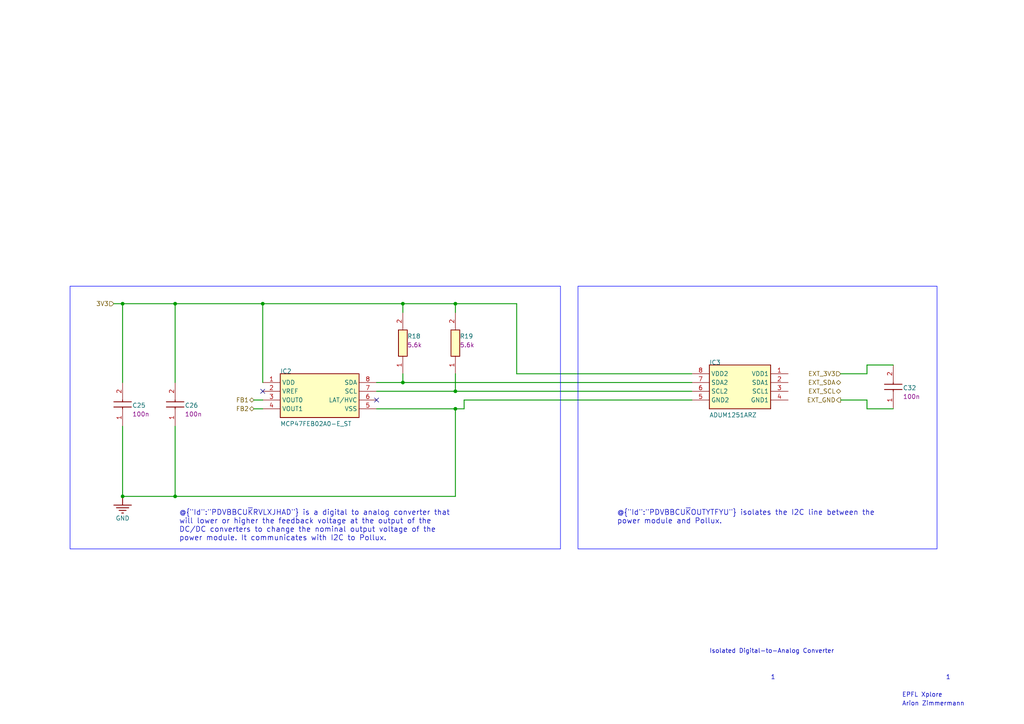
<source format=kicad_sch>
(kicad_sch (version 20230121) (generator eeschema)
  (paper "A4")
  (lib_symbols
    (symbol "Module-altium-import:DAC_0_ADUM1251ARZ"
      (symbol "DAC_0_ADUM1251ARZ_1_0"
        (rectangle (start 22.86 2.54) (end 5.08 -10.16) (stroke (width 0.254)) (fill (type background)))
        (pin passive line (at 27.94 0 180) (length 5.08) (name "VDD1") (number "1"))
        (pin passive line (at 27.94 -2.54 180) (length 5.08) (name "SDA1") (number "2"))
        (pin passive line (at 27.94 -5.08 180) (length 5.08) (name "SCL1") (number "3"))
        (pin passive line (at 27.94 -7.62 180) (length 5.08) (name "GND1") (number "4"))
        (pin passive line (at 0 -7.62 0) (length 5.08) (name "GND2") (number "5"))
        (pin passive line (at 0 -5.08 0) (length 5.08) (name "SCL2") (number "6"))
        (pin passive line (at 0 -2.54 0) (length 5.08) (name "SDA2") (number "7"))
        (pin passive line (at 0 0 0) (length 5.08) (name "VDD2") (number "8"))
      )
    )
    (symbol "Module-altium-import:DAC_0_MCP47FEB02A0-E_ST"
      (symbol "DAC_0_MCP47FEB02A0-E_ST_1_0"
        (rectangle (start 27.94 2.54) (end 5.08 -10.16) (stroke (width 0.254)) (fill (type background)))
        (pin passive line (at 0 0 0) (length 5.08) (name "VDD") (number "1"))
        (pin passive line (at 0 -2.54 0) (length 5.08) (name "VREF") (number "2"))
        (pin passive line (at 0 -5.08 0) (length 5.08) (name "VOUT0") (number "3"))
        (pin passive line (at 0 -7.62 0) (length 5.08) (name "VOUT1") (number "4"))
        (pin passive line (at 33.02 -7.62 180) (length 5.08) (name "VSS") (number "5"))
        (pin passive line (at 33.02 -5.08 180) (length 5.08) (name "LAT/HVC") (number "6"))
        (pin passive line (at 33.02 -2.54 180) (length 5.08) (name "SCL") (number "7"))
        (pin passive line (at 33.02 0 180) (length 5.08) (name "SDA") (number "8"))
      )
    )
    (symbol "Module-altium-import:DAC_1_C0603C104K5RACTU"
      (symbol "DAC_1_C0603C104K5RACTU_1_0"
        (polyline (pts (xy -2.54 5.588) (xy 2.54 5.588)) (stroke (width 0.254)))
        (polyline (pts (xy -2.54 7.112) (xy 2.54 7.112)) (stroke (width 0.254)))
        (polyline (pts (xy 0 5.08) (xy 0 5.588)) (stroke (width 0.254)))
        (polyline (pts (xy 0 7.112) (xy 0 7.62)) (stroke (width 0.254)))
        (pin passive line (at 0 0 90) (length 5.08) (name "1") (number "1"))
        (pin passive line (at 0 12.7 270) (length 5.08) (name "2") (number "2"))
      )
    )
    (symbol "Module-altium-import:DAC_1_CRCW06035K62FKEB"
      (symbol "DAC_1_CRCW06035K62FKEB_1_0"
        (rectangle (start 1.27 12.7) (end -1.27 5.08) (stroke (width 0.254)) (fill (type background)))
        (pin passive line (at 0 0 90) (length 5.08) (name "1") (number "1"))
        (pin passive line (at 0 17.78 270) (length 5.08) (name "2") (number "2"))
      )
    )
    (symbol "Module-altium-import:GND_Style4" (power)
      (property "Reference" "#PWR" (at 0 0 0))
      (property "Value" "GND" (at 0 6.35 0))
      (symbol "GND_Style4_0_0"
        (polyline (pts (xy -2.54 -2.54) (xy 2.54 -2.54)) (stroke (width 0.254)))
        (polyline (pts (xy -1.778 -3.302) (xy 1.778 -3.302)) (stroke (width 0.254)))
        (polyline (pts (xy -1.016 -4.064) (xy 1.016 -4.064)) (stroke (width 0.254)))
        (polyline (pts (xy -0.254 -4.826) (xy 0.254 -4.826)) (stroke (width 0.254)))
        (polyline (pts (xy 0 0) (xy 0 -2.54)) (stroke (width 0.254)))
        (pin power_in line (at 0 0 0) (length 0) hide (name "GND") (number ""))
      )
    )
  )
  (junction (at 35.56 88.0872))
  (junction (at 116.84 110.9472))
  (junction (at 50.8 143.9672))
  (junction (at 132.08 113.4872))
  (junction (at 76.2 88.0872))
  (junction (at 35.56 143.9672))
  (junction (at 132.08 118.5672))
  (junction (at 116.84 88.0872))
  (junction (at 50.8 88.0872))
  (junction (at 132.08 88.0872))
  (no_connect (at 109.22 116.0272))
  (no_connect (at 76.2 113.4872))
  (wire (pts (xy 35.56 123.6472) (xy 35.56 143.9672)) (stroke (width 0.254)))
  (wire (pts (xy 116.84 110.9472) (xy 200.66 110.9472)) (stroke (width 0.254)))
  (wire (pts (xy 132.08 90.6272) (xy 132.08 88.0872)) (stroke (width 0.254)))
  (wire (pts (xy 132.08 113.4872) (xy 132.08 108.4072)) (stroke (width 0.254)))
  (wire (pts (xy 132.08 113.4872) (xy 200.66 113.4872)) (stroke (width 0.254)))
  (wire (pts (xy 109.22 118.5672) (xy 132.08 118.5672)) (stroke (width 0.254)))
  (wire (pts (xy 116.84 90.6272) (xy 116.84 88.0872)) (stroke (width 0.254)))
  (wire (pts (xy 251.46 108.4072) (xy 243.84 108.4072)) (stroke (width 0.254)))
  (wire (pts (xy 251.46 118.5672) (xy 259.08 118.5672)) (stroke (width 0.254)))
  (wire (pts (xy 50.8 143.9672) (xy 132.08 143.9672)) (stroke (width 0.254)))
  (wire (pts (xy 33.02 88.0872) (xy 35.56 88.0872)) (stroke (width 0.254)))
  (wire (pts (xy 132.08 118.5672) (xy 134.62 118.5672)) (stroke (width 0.254)))
  (wire (pts (xy 116.84 108.4072) (xy 116.84 110.9472)) (stroke (width 0.254)))
  (wire (pts (xy 76.2 88.0872) (xy 116.84 88.0872)) (stroke (width 0.254)))
  (wire (pts (xy 116.84 88.0872) (xy 132.08 88.0872)) (stroke (width 0.254)))
  (wire (pts (xy 132.08 143.9672) (xy 132.08 118.5672)) (stroke (width 0.254)))
  (wire (pts (xy 243.84 116.0272) (xy 251.46 116.0272)) (stroke (width 0.254)))
  (wire (pts (xy 149.86 88.0872) (xy 149.86 108.4072)) (stroke (width 0.254)))
  (wire (pts (xy 76.2 118.5672) (xy 73.66 118.5672)) (stroke (width 0.254)))
  (wire (pts (xy 35.56 143.9672) (xy 50.8 143.9672)) (stroke (width 0.254)))
  (wire (pts (xy 134.62 118.5672) (xy 134.62 116.0272)) (stroke (width 0.254)))
  (wire (pts (xy 149.86 108.4072) (xy 200.66 108.4072)) (stroke (width 0.254)))
  (wire (pts (xy 109.22 113.4872) (xy 132.08 113.4872)) (stroke (width 0.254)))
  (wire (pts (xy 251.46 116.0272) (xy 251.46 118.5672)) (stroke (width 0.254)))
  (wire (pts (xy 50.8 143.9672) (xy 50.8 123.6472)) (stroke (width 0.254)))
  (wire (pts (xy 35.56 110.9472) (xy 35.56 88.0872)) (stroke (width 0.254)))
  (wire (pts (xy 259.08 105.8672) (xy 251.46 105.8672)) (stroke (width 0.254)))
  (wire (pts (xy 76.2 88.0872) (xy 76.2 110.9472)) (stroke (width 0.254)))
  (wire (pts (xy 109.22 110.9472) (xy 116.84 110.9472)) (stroke (width 0.254)))
  (wire (pts (xy 73.66 116.0272) (xy 76.2 116.0272)) (stroke (width 0.254)))
  (wire (pts (xy 35.56 88.0872) (xy 50.8 88.0872)) (stroke (width 0.254)))
  (wire (pts (xy 50.8 88.0872) (xy 76.2 88.0872)) (stroke (width 0.254)))
  (wire (pts (xy 50.8 110.9472) (xy 50.8 88.0872)) (stroke (width 0.254)))
  (wire (pts (xy 251.46 105.8672) (xy 251.46 108.4072)) (stroke (width 0.254)))
  (wire (pts (xy 132.08 88.0872) (xy 149.86 88.0872)) (stroke (width 0.254)))
  (wire (pts (xy 134.62 116.0272) (xy 200.66 116.0272)) (stroke (width 0.254)))
  (rectangle (start 162.56 83.0072) (end 20.32 159.2072) (stroke (width 0) (color 0 0 255 1)))
  (rectangle (start 271.78 83.0072) (end 167.64 159.2072) (stroke (width 0) (color 0 0 255 1)))
  (text_box "@{\"Id\":\"PDVBBCU~{K}RVLXJHAD\"} is a digital to analog converter that will lower or higher the feedback voltage at the output of the DC/DC converters to change the nominal output voltage of the power module. It communicates with I2C to Pollux." (at 134.62 146.5072 0) (size -83.82 12.7) (stroke (width -0.0001) (color 0 0 0 1)) (effects (font (size 1.524 1.524)) (justify left top)))
  (text_box "@{\"Id\":\"PDVBBCU~{K}OUTYTFYU\"} isolates the I2C line between the power module and Pollux." (at 261.62 146.5072 0) (size -83.82 12.7) (stroke (width -0.0001) (color 0 0 0 1)) (effects (font (size 1.524 1.524)) (justify left top)))
  (text "EPFL Xplore" (at 261.62 202.3872 0) (effects (font (size 1.27 1.27)) (justify left bottom)))
  (text "Arion Zimmermann" (at 261.62 204.9272 0) (effects (font (size 1.27 1.27)) (justify left bottom)))
  (text "Isolated Digital-to-Analog Converter" (at 205.74 189.6872 0) (effects (font (size 1.27 1.27)) (justify left bottom)))
  (text "1" (at 223.52 197.3072 0) (effects (font (size 1.27 1.27)) (justify left bottom)))
  (text "1" (at 274.32 197.3072 0) (effects (font (size 1.27 1.27)) (justify left bottom)))
  (hierarchical_label "EXT_3V3" (shape input) (at 243.84 108.4072 180))
  (hierarchical_label "FB1" (shape bidirectional) (at 73.66 116.0272 180))
  (hierarchical_label "EXT_SDA" (shape bidirectional) (at 243.84 110.9472 180))
  (hierarchical_label "EXT_GND" (shape output) (at 243.84 116.0272 180))
  (hierarchical_label "3V3" (shape input) (at 33.02 88.0872 180))
  (hierarchical_label "FB2" (shape bidirectional) (at 73.66 118.5672 180))
  (hierarchical_label "EXT_SCL" (shape bidirectional) (at 243.84 113.4872 180))
  (symbol (lib_id "Module-altium-import:DAC_1_CRCW06035K62FKEB") (at 116.84 108.4072 0) (unit 1)
    (property "Reference" "R18" (at 118.11 98.2472 0) (effects (justify left bottom)))
    (property "Value" "CRCW06035K60JNEAC" (effects hide))
    (property "Footprint" "RESC1608X50N" (effects hide))
    (property "DATASHEET LINK" "http://www.vishay.com/docs/20035/dcrcwe3.pdf" (effects hide))
    (property "HEIGHT" "0.5mm" (effects hide))
    (property "MANUFACTURER_NAME" "Vishay" (effects hide))
    (property "MANUFACTURER_PART_NUMBER" "CRCW06035K62FKEB" (effects hide))
    (property "MOUSER PART NUMBER" "71-CRCW06035K62FKEB" (effects hide))
    (property "MOUSER PRICE/STOCK" "https://www.mouser.co.uk/ProductDetail/Vishay-Dale/CRCW06035K62FKEB?qs=P6ImCWcZKGBvDktlVJxa7w%3D%3D" (effects hide))
    (property "ALTIUM_VALUE" "5.6k" (at 118.11 100.7872 0) (effects (justify left bottom)))
    (property "SUPPLIER 1" "Mouser" (effects hide))
    (property "SUPPLIER PART NUMBER 1" "71-CRCW06035K60JNEAC" (effects hide))
  )
  (symbol (lib_id "Module-altium-import:GND_Style4") (at 35.56 143.9672 0) (unit 1)
    (property "Reference" "#PWR?" (effects hide))
    (property "Value" "GND" (at 35.56 150.3172 0))
  )
  (symbol (lib_id "Module-altium-import:DAC_0_MCP47FEB02A0-E_ST") (at 76.2 110.9472 0) (unit 1)
    (property "Reference" "IC2" (at 81.28 108.4072 0) (effects (justify left bottom)))
    (property "Value" "MCP47FEB02A0-E_ST" (at 81.28 123.6472 0) (effects (justify left bottom)))
    (property "Footprint" "SOP65P640X120-8N" (effects hide))
    (property "DATASHEET LINK" "http://www.microchip.com/mymicrochip/filehandler.aspx?ddocname=en573220" (effects hide))
    (property "HEIGHT" "1.2mm" (effects hide))
    (property "MANUFACTURER_NAME" "Microchip" (effects hide))
    (property "MANUFACTURER_PART_NUMBER" "MCP47FEB02A0-E/ST" (effects hide))
    (property "MOUSER PART NUMBER" "579-MCP47FEB02A0EST" (effects hide))
    (property "MOUSER PRICE/STOCK" "https://www.mouser.co.uk/ProductDetail/Microchip-Technology/MCP47FEB02A0-E-ST?qs=rQCxX1QmdjKDJonwz1QvmA%3D%3D" (effects hide))
    (property "ARROW PART NUMBER" "MCP47FEB02A0-E/ST" (effects hide))
    (property "ARROW PRICE/STOCK" "https://www.arrow.com/en/products/mcp47feb02a0-est/microchip-technology?region=nac" (effects hide))
  )
  (symbol (lib_id "Module-altium-import:DAC_1_C0603C104K5RACTU") (at 50.8 123.6472 0) (unit 1)
    (property "Reference" "C26" (at 53.594 118.3132 0) (effects (justify left bottom)))
    (property "Value" "C0603C104K5RACTU" (effects hide))
    (property "Footprint" "CAPC1608X95N" (effects hide))
    (property "DATASHEET LINK" "http://www.farnell.com/datasheets/2205446.pdf" (effects hide))
    (property "HEIGHT" "0.95mm" (effects hide))
    (property "MANUFACTURER_NAME" "Kemet" (effects hide))
    (property "MANUFACTURER_PART_NUMBER" "C0603C104K5RACTU" (effects hide))
    (property "MOUSER PART NUMBER" "80-C0603C104K5R" (effects hide))
    (property "MOUSER PRICE/STOCK" "https://www.mouser.co.uk/ProductDetail/KEMET/C0603C104K5RACTU?qs=l5k%252BbMnNDkkVcnZPSAaaiQ%3D%3D" (effects hide))
    (property "ARROW PART NUMBER" "C0603C104K5RACTU" (effects hide))
    (property "ARROW PRICE/STOCK" "https://www.arrow.com/en/products/c0603c104k5ractu/kemet-corporation" (effects hide))
    (property "ALTIUM_VALUE" "100n" (at 53.594 120.8532 0) (effects (justify left bottom)))
    (property "SUPPLIER 1" "Mouser" (effects hide))
    (property "SUPPLIER PART NUMBER 1" "80-C0603C104K5R" (effects hide))
  )
  (symbol (lib_id "Module-altium-import:DAC_1_C0603C104K5RACTU") (at 35.56 123.6472 0) (unit 1)
    (property "Reference" "C25" (at 38.354 118.3132 0) (effects (justify left bottom)))
    (property "Value" "C0603C104K5RACTU" (effects hide))
    (property "Footprint" "CAPC1608X95N" (effects hide))
    (property "DATASHEET LINK" "http://www.farnell.com/datasheets/2205446.pdf" (effects hide))
    (property "HEIGHT" "0.95mm" (effects hide))
    (property "MANUFACTURER_NAME" "Kemet" (effects hide))
    (property "MANUFACTURER_PART_NUMBER" "C0603C104K5RACTU" (effects hide))
    (property "MOUSER PART NUMBER" "80-C0603C104K5R" (effects hide))
    (property "MOUSER PRICE/STOCK" "https://www.mouser.co.uk/ProductDetail/KEMET/C0603C104K5RACTU?qs=l5k%252BbMnNDkkVcnZPSAaaiQ%3D%3D" (effects hide))
    (property "ARROW PART NUMBER" "C0603C104K5RACTU" (effects hide))
    (property "ARROW PRICE/STOCK" "https://www.arrow.com/en/products/c0603c104k5ractu/kemet-corporation" (effects hide))
    (property "ALTIUM_VALUE" "100n" (at 38.354 120.8532 0) (effects (justify left bottom)))
    (property "SUPPLIER 1" "Mouser" (effects hide))
    (property "SUPPLIER PART NUMBER 1" "80-C0603C104K5R" (effects hide))
  )
  (symbol (lib_id "Module-altium-import:DAC_0_ADUM1251ARZ") (at 200.66 108.4072 0) (unit 1)
    (property "Reference" "IC3" (at 205.74 105.8672 0) (effects (justify left bottom)))
    (property "Value" "ADUM1251ARZ" (at 205.74 121.1072 0) (effects (justify left bottom)))
    (property "Footprint" "SOIC127P600X175-8N" (effects hide))
    (property "DATASHEET LINK" "https://datasheet.datasheetarchive.com/originals/distributors/Datasheets-DGA3/264898.pdf" (effects hide))
    (property "HEIGHT" "1.75mm" (effects hide))
    (property "MANUFACTURER_NAME" "Analog Devices" (effects hide))
    (property "MANUFACTURER_PART_NUMBER" "ADUM1251ARZ" (effects hide))
    (property "MOUSER PART NUMBER" "584-ADUM1251ARZ" (effects hide))
    (property "MOUSER PRICE/STOCK" "https://www.mouser.co.uk/ProductDetail/Analog-Devices/ADUM1251ARZ?qs=WIvQP4zGani5W7Ldr0QsZA%3D%3D" (effects hide))
    (property "ARROW PART NUMBER" "ADUM1251ARZ" (effects hide))
    (property "ARROW PRICE/STOCK" "https://www.arrow.com/en/products/adum1251arz/analog-devices?region=nac" (effects hide))
    (property "SUPPLIER 1" "Mouser" (effects hide))
    (property "SUPPLIER PART NUMBER 1" "584-ADUM1251ARZ" (effects hide))
  )
  (symbol (lib_id "Module-altium-import:DAC_1_CRCW06035K62FKEB") (at 132.08 108.4072 0) (unit 1)
    (property "Reference" "R19" (at 133.35 98.2472 0) (effects (justify left bottom)))
    (property "Value" "CRCW06035K60JNEAC" (effects hide))
    (property "Footprint" "RESC1608X50N" (effects hide))
    (property "DATASHEET LINK" "http://www.vishay.com/docs/20035/dcrcwe3.pdf" (effects hide))
    (property "HEIGHT" "0.5mm" (effects hide))
    (property "MANUFACTURER_NAME" "Vishay" (effects hide))
    (property "MANUFACTURER_PART_NUMBER" "CRCW06035K62FKEB" (effects hide))
    (property "MOUSER PART NUMBER" "71-CRCW06035K62FKEB" (effects hide))
    (property "MOUSER PRICE/STOCK" "https://www.mouser.co.uk/ProductDetail/Vishay-Dale/CRCW06035K62FKEB?qs=P6ImCWcZKGBvDktlVJxa7w%3D%3D" (effects hide))
    (property "ALTIUM_VALUE" "5.6k" (at 133.35 100.7872 0) (effects (justify left bottom)))
    (property "SUPPLIER 1" "Mouser" (effects hide))
    (property "SUPPLIER PART NUMBER 1" "71-CRCW06035K60JNEAC" (effects hide))
  )
  (symbol (lib_id "Module-altium-import:DAC_1_C0603C104K5RACTU") (at 259.08 118.5672 0) (unit 1)
    (property "Reference" "C32" (at 261.874 113.2332 0) (effects (justify left bottom)))
    (property "Value" "C0603C104K5RACTU" (effects hide))
    (property "Footprint" "CAPC1608X95N" (effects hide))
    (property "DATASHEET LINK" "http://www.farnell.com/datasheets/2205446.pdf" (effects hide))
    (property "HEIGHT" "0.95mm" (effects hide))
    (property "MANUFACTURER_NAME" "Kemet" (effects hide))
    (property "MANUFACTURER_PART_NUMBER" "C0603C104K5RACTU" (effects hide))
    (property "MOUSER PART NUMBER" "80-C0603C104K5R" (effects hide))
    (property "MOUSER PRICE/STOCK" "https://www.mouser.co.uk/ProductDetail/KEMET/C0603C104K5RACTU?qs=l5k%252BbMnNDkkVcnZPSAaaiQ%3D%3D" (effects hide))
    (property "ARROW PART NUMBER" "C0603C104K5RACTU" (effects hide))
    (property "ARROW PRICE/STOCK" "https://www.arrow.com/en/products/c0603c104k5ractu/kemet-corporation" (effects hide))
    (property "ALTIUM_VALUE" "100n" (at 261.874 115.7732 0) (effects (justify left bottom)))
    (property "SUPPLIER 1" "Mouser" (effects hide))
    (property "SUPPLIER PART NUMBER 1" "80-C0603C104K5R" (effects hide))
  )
)
</source>
